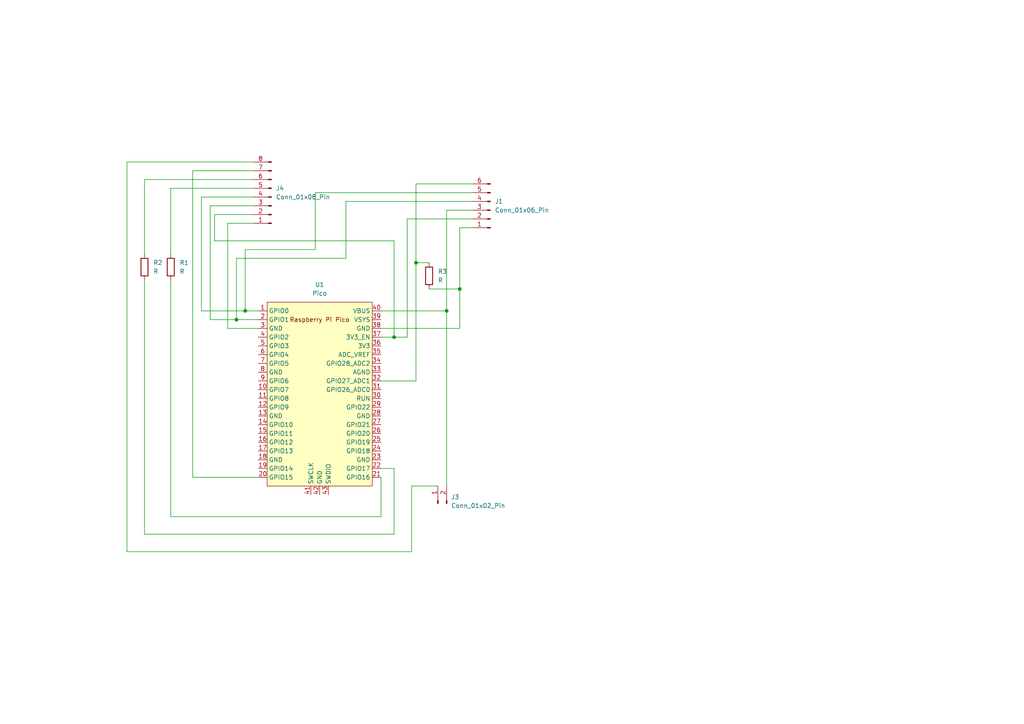
<source format=kicad_sch>
(kicad_sch (version 20250114) (generator "eeschema") (generator_version "9.0")
  (paper "A4")
  (lib_symbols
    (symbol "Connector:Conn_01x02_Pin" (pin_names (offset 1.016) (hide yes))
      (property "Reference" "J" (at 0 2.54 0))
      (property "Value" "Conn_01x02_Pin" (at 0 -5.08 0))
      (symbol "Conn_01x02_Pin_1_1"
        (rectangle (start 0.8636 0.127) (end 0 -0.127) (stroke (width 0.1524)) (fill (type outline)))
        (rectangle (start 0.8636 -2.413) (end 0 -2.667) (stroke (width 0.1524)) (fill (type outline)))
        (polyline (pts (xy 1.27 0) (xy 0.8636 0)) (stroke (width 0.1524)))
        (polyline (pts (xy 1.27 -2.54) (xy 0.8636 -2.54)) (stroke (width 0.1524)))
        (pin passive line (at 5.08 0 180) (length 3.81) (name "Pin_1") (number "1"))
        (pin passive line (at 5.08 -2.54 180) (length 3.81) (name "Pin_2") (number "2"))
      )
    )
    (symbol "Connector:Conn_01x06_Pin" (pin_names (offset 1.016) (hide yes))
      (property "Reference" "J" (at 0 7.62 0))
      (property "Value" "Conn_01x06_Pin" (at 0 -10.16 0))
      (symbol "Conn_01x06_Pin_1_1"
        (rectangle (start 0.8636 5.207) (end 0 4.953) (stroke (width 0.1524)) (fill (type outline)))
        (rectangle (start 0.8636 2.667) (end 0 2.413) (stroke (width 0.1524)) (fill (type outline)))
        (rectangle (start 0.8636 0.127) (end 0 -0.127) (stroke (width 0.1524)) (fill (type outline)))
        (rectangle (start 0.8636 -2.413) (end 0 -2.667) (stroke (width 0.1524)) (fill (type outline)))
        (rectangle (start 0.8636 -4.953) (end 0 -5.207) (stroke (width 0.1524)) (fill (type outline)))
        (rectangle (start 0.8636 -7.493) (end 0 -7.747) (stroke (width 0.1524)) (fill (type outline)))
        (polyline (pts (xy 1.27 5.08) (xy 0.8636 5.08)) (stroke (width 0.1524)))
        (polyline (pts (xy 1.27 2.54) (xy 0.8636 2.54)) (stroke (width 0.1524)))
        (polyline (pts (xy 1.27 0) (xy 0.8636 0)) (stroke (width 0.1524)))
        (polyline (pts (xy 1.27 -2.54) (xy 0.8636 -2.54)) (stroke (width 0.1524)))
        (polyline (pts (xy 1.27 -5.08) (xy 0.8636 -5.08)) (stroke (width 0.1524)))
        (polyline (pts (xy 1.27 -7.62) (xy 0.8636 -7.62)) (stroke (width 0.1524)))
        (pin passive line (at 5.08 5.08 180) (length 3.81) (name "Pin_1") (number "1"))
        (pin passive line (at 5.08 2.54 180) (length 3.81) (name "Pin_2") (number "2"))
        (pin passive line (at 5.08 0 180) (length 3.81) (name "Pin_3") (number "3"))
        (pin passive line (at 5.08 -2.54 180) (length 3.81) (name "Pin_4") (number "4"))
        (pin passive line (at 5.08 -5.08 180) (length 3.81) (name "Pin_5") (number "5"))
        (pin passive line (at 5.08 -7.62 180) (length 3.81) (name "Pin_6") (number "6"))
      )
    )
    (symbol "Connector:Conn_01x08_Pin" (pin_names (offset 1.016) (hide yes))
      (property "Reference" "J" (at 0 10.16 0))
      (property "Value" "Conn_01x08_Pin" (at 0 -12.7 0))
      (symbol "Conn_01x08_Pin_1_1"
        (rectangle (start 0.8636 7.747) (end 0 7.493) (stroke (width 0.1524)) (fill (type outline)))
        (rectangle (start 0.8636 5.207) (end 0 4.953) (stroke (width 0.1524)) (fill (type outline)))
        (rectangle (start 0.8636 2.667) (end 0 2.413) (stroke (width 0.1524)) (fill (type outline)))
        (rectangle (start 0.8636 0.127) (end 0 -0.127) (stroke (width 0.1524)) (fill (type outline)))
        (rectangle (start 0.8636 -2.413) (end 0 -2.667) (stroke (width 0.1524)) (fill (type outline)))
        (rectangle (start 0.8636 -4.953) (end 0 -5.207) (stroke (width 0.1524)) (fill (type outline)))
        (rectangle (start 0.8636 -7.493) (end 0 -7.747) (stroke (width 0.1524)) (fill (type outline)))
        (rectangle (start 0.8636 -10.033) (end 0 -10.287) (stroke (width 0.1524)) (fill (type outline)))
        (polyline (pts (xy 1.27 7.62) (xy 0.8636 7.62)) (stroke (width 0.1524)))
        (polyline (pts (xy 1.27 5.08) (xy 0.8636 5.08)) (stroke (width 0.1524)))
        (polyline (pts (xy 1.27 2.54) (xy 0.8636 2.54)) (stroke (width 0.1524)))
        (polyline (pts (xy 1.27 0) (xy 0.8636 0)) (stroke (width 0.1524)))
        (polyline (pts (xy 1.27 -2.54) (xy 0.8636 -2.54)) (stroke (width 0.1524)))
        (polyline (pts (xy 1.27 -5.08) (xy 0.8636 -5.08)) (stroke (width 0.1524)))
        (polyline (pts (xy 1.27 -7.62) (xy 0.8636 -7.62)) (stroke (width 0.1524)))
        (polyline (pts (xy 1.27 -10.16) (xy 0.8636 -10.16)) (stroke (width 0.1524)))
        (pin passive line (at 5.08 7.62 180) (length 3.81) (name "Pin_1") (number "1"))
        (pin passive line (at 5.08 5.08 180) (length 3.81) (name "Pin_2") (number "2"))
        (pin passive line (at 5.08 2.54 180) (length 3.81) (name "Pin_3") (number "3"))
        (pin passive line (at 5.08 0 180) (length 3.81) (name "Pin_4") (number "4"))
        (pin passive line (at 5.08 -2.54 180) (length 3.81) (name "Pin_5") (number "5"))
        (pin passive line (at 5.08 -5.08 180) (length 3.81) (name "Pin_6") (number "6"))
        (pin passive line (at 5.08 -7.62 180) (length 3.81) (name "Pin_7") (number "7"))
        (pin passive line (at 5.08 -10.16 180) (length 3.81) (name "Pin_8") (number "8"))
      )
    )
    (symbol "Device:R" (pin_numbers (hide yes)) (pin_names (offset 0))
      (property "Reference" "R" (at 2.032 0 90))
      (property "Value" "R" (at 0 0 90))
      (symbol "R_0_1"
        (rectangle (start -1.016 -2.54) (end 1.016 2.54) (stroke (width 0.254)))
      )
      (symbol "R_1_1"
        (pin passive line (at 0 3.81 270) (length 1.27) (name "~") (number "1"))
        (pin passive line (at 0 -3.81 90) (length 1.27) (name "~") (number "2"))
      )
    )
    (symbol "MCU_RaspberryPi_and_Boards:Pico"
      (property "Reference" "U" (at -13.97 27.94 0))
      (property "Value" "Pico" (at 0 19.05 0))
      (symbol "Pico_0_0"
        (text "Raspberry Pi Pico" (at 0 21.59 0) (effects (font (size 1.27 1.27))))
      )
      (symbol "Pico_0_1"
        (rectangle (start -15.24 26.67) (end 15.24 -26.67) (fill (type background)))
      )
      (symbol "Pico_1_1"
        (pin bidirectional line (at -17.78 24.13 0) (length 2.54) (name "GPIO0") (number "1"))
        (pin bidirectional line (at -17.78 21.59 0) (length 2.54) (name "GPIO1") (number "2"))
        (pin power_in line (at -17.78 19.05 0) (length 2.54) (name "GND") (number "3"))
        (pin bidirectional line (at -17.78 16.51 0) (length 2.54) (name "GPIO2") (number "4"))
        (pin bidirectional line (at -17.78 13.97 0) (length 2.54) (name "GPIO3") (number "5"))
        (pin bidirectional line (at -17.78 11.43 0) (length 2.54) (name "GPIO4") (number "6"))
        (pin bidirectional line (at -17.78 8.89 0) (length 2.54) (name "GPIO5") (number "7"))
        (pin power_in line (at -17.78 6.35 0) (length 2.54) (name "GND") (number "8"))
        (pin bidirectional line (at -17.78 3.81 0) (length 2.54) (name "GPIO6") (number "9"))
        (pin bidirectional line (at -17.78 1.27 0) (length 2.54) (name "GPIO7") (number "10"))
        (pin bidirectional line (at -17.78 -1.27 0) (length 2.54) (name "GPIO8") (number "11"))
        (pin bidirectional line (at -17.78 -3.81 0) (length 2.54) (name "GPIO9") (number "12"))
        (pin power_in line (at -17.78 -6.35 0) (length 2.54) (name "GND") (number "13"))
        (pin bidirectional line (at -17.78 -8.89 0) (length 2.54) (name "GPIO10") (number "14"))
        (pin bidirectional line (at -17.78 -11.43 0) (length 2.54) (name "GPIO11") (number "15"))
        (pin bidirectional line (at -17.78 -13.97 0) (length 2.54) (name "GPIO12") (number "16"))
        (pin bidirectional line (at -17.78 -16.51 0) (length 2.54) (name "GPIO13") (number "17"))
        (pin power_in line (at -17.78 -19.05 0) (length 2.54) (name "GND") (number "18"))
        (pin bidirectional line (at -17.78 -21.59 0) (length 2.54) (name "GPIO14") (number "19"))
        (pin bidirectional line (at -17.78 -24.13 0) (length 2.54) (name "GPIO15") (number "20"))
        (pin input line (at -2.54 -29.21 90) (length 2.54) (name "SWCLK") (number "41"))
        (pin power_in line (at 0 -29.21 90) (length 2.54) (name "GND") (number "42"))
        (pin bidirectional line (at 2.54 -29.21 90) (length 2.54) (name "SWDIO") (number "43"))
        (pin power_in line (at 17.78 24.13 180) (length 2.54) (name "VBUS") (number "40"))
        (pin power_in line (at 17.78 21.59 180) (length 2.54) (name "VSYS") (number "39"))
        (pin bidirectional line (at 17.78 19.05 180) (length 2.54) (name "GND") (number "38"))
        (pin input line (at 17.78 16.51 180) (length 2.54) (name "3V3_EN") (number "37"))
        (pin power_in line (at 17.78 13.97 180) (length 2.54) (name "3V3") (number "36"))
        (pin power_in line (at 17.78 11.43 180) (length 2.54) (name "ADC_VREF") (number "35"))
        (pin bidirectional line (at 17.78 8.89 180) (length 2.54) (name "GPIO28_ADC2") (number "34"))
        (pin power_in line (at 17.78 6.35 180) (length 2.54) (name "AGND") (number "33"))
        (pin bidirectional line (at 17.78 3.81 180) (length 2.54) (name "GPIO27_ADC1") (number "32"))
        (pin bidirectional line (at 17.78 1.27 180) (length 2.54) (name "GPIO26_ADC0") (number "31"))
        (pin input line (at 17.78 -1.27 180) (length 2.54) (name "RUN") (number "30"))
        (pin bidirectional line (at 17.78 -3.81 180) (length 2.54) (name "GPIO22") (number "29"))
        (pin power_in line (at 17.78 -6.35 180) (length 2.54) (name "GND") (number "28"))
        (pin bidirectional line (at 17.78 -8.89 180) (length 2.54) (name "GPIO21") (number "27"))
        (pin bidirectional line (at 17.78 -11.43 180) (length 2.54) (name "GPIO20") (number "26"))
        (pin bidirectional line (at 17.78 -13.97 180) (length 2.54) (name "GPIO19") (number "25"))
        (pin bidirectional line (at 17.78 -16.51 180) (length 2.54) (name "GPIO18") (number "24"))
        (pin power_in line (at 17.78 -19.05 180) (length 2.54) (name "GND") (number "23"))
        (pin bidirectional line (at 17.78 -21.59 180) (length 2.54) (name "GPIO17") (number "22"))
        (pin bidirectional line (at 17.78 -24.13 180) (length 2.54) (name "GPIO16") (number "21"))
      )
    )
  )
  (junction (at 71.12 90.17))
  (junction (at 129.54 90.17))
  (junction (at 120.65 76.2))
  (junction (at 133.35 83.82))
  (junction (at 114.3 97.79))
  (junction (at 68.58 92.71))
  (wire (pts (xy 137.16 53.34) (xy 120.65 53.34)))
  (wire (pts (xy 110.49 138.43) (xy 110.49 149.86)))
  (wire (pts (xy 119.38 140.97) (xy 119.38 160.02)))
  (wire (pts (xy 120.65 53.34) (xy 120.65 76.2)))
  (wire (pts (xy 100.33 74.93) (xy 68.58 74.93)))
  (wire (pts (xy 41.91 154.94) (xy 41.91 81.28)))
  (wire (pts (xy 127 140.97) (xy 119.38 140.97)))
  (wire (pts (xy 74.93 92.71) (xy 68.58 92.71)))
  (wire (pts (xy 110.49 149.86) (xy 49.53 149.86)))
  (wire (pts (xy 91.44 55.88) (xy 91.44 72.39)))
  (wire (pts (xy 71.12 90.17) (xy 58.42 90.17)))
  (wire (pts (xy 41.91 73.66) (xy 41.91 52.07)))
  (wire (pts (xy 110.49 95.25) (xy 133.35 95.25)))
  (wire (pts (xy 129.54 90.17) (xy 129.54 60.96)))
  (wire (pts (xy 55.88 138.43) (xy 55.88 49.53)))
  (wire (pts (xy 114.3 97.79) (xy 114.3 69.85)))
  (wire (pts (xy 62.23 69.85) (xy 62.23 62.23)))
  (wire (pts (xy 120.65 110.49) (xy 110.49 110.49)))
  (wire (pts (xy 36.83 46.99) (xy 73.66 46.99)))
  (wire (pts (xy 74.93 138.43) (xy 55.88 138.43)))
  (wire (pts (xy 66.04 64.77) (xy 73.66 64.77)))
  (wire (pts (xy 118.11 97.79) (xy 114.3 97.79)))
  (wire (pts (xy 66.04 95.25) (xy 74.93 95.25)))
  (wire (pts (xy 133.35 95.25) (xy 133.35 83.82)))
  (wire (pts (xy 110.49 97.79) (xy 114.3 97.79)))
  (wire (pts (xy 133.35 83.82) (xy 133.35 66.04)))
  (wire (pts (xy 118.11 63.5) (xy 118.11 97.79)))
  (wire (pts (xy 60.96 59.69) (xy 73.66 59.69)))
  (wire (pts (xy 114.3 135.89) (xy 114.3 154.94)))
  (wire (pts (xy 120.65 76.2) (xy 124.46 76.2)))
  (wire (pts (xy 36.83 160.02) (xy 36.83 46.99)))
  (wire (pts (xy 41.91 52.07) (xy 73.66 52.07)))
  (wire (pts (xy 120.65 76.2) (xy 120.65 110.49)))
  (wire (pts (xy 58.42 57.15) (xy 73.66 57.15)))
  (wire (pts (xy 68.58 74.93) (xy 68.58 92.71)))
  (wire (pts (xy 58.42 90.17) (xy 58.42 57.15)))
  (wire (pts (xy 100.33 58.42) (xy 100.33 74.93)))
  (wire (pts (xy 91.44 72.39) (xy 71.12 72.39)))
  (wire (pts (xy 133.35 66.04) (xy 137.16 66.04)))
  (wire (pts (xy 114.3 154.94) (xy 41.91 154.94)))
  (wire (pts (xy 137.16 55.88) (xy 91.44 55.88)))
  (wire (pts (xy 55.88 49.53) (xy 73.66 49.53)))
  (wire (pts (xy 68.58 92.71) (xy 60.96 92.71)))
  (wire (pts (xy 66.04 64.77) (xy 66.04 95.25)))
  (wire (pts (xy 60.96 92.71) (xy 60.96 59.69)))
  (wire (pts (xy 110.49 135.89) (xy 114.3 135.89)))
  (wire (pts (xy 137.16 63.5) (xy 118.11 63.5)))
  (wire (pts (xy 129.54 60.96) (xy 137.16 60.96)))
  (wire (pts (xy 49.53 73.66) (xy 49.53 54.61)))
  (wire (pts (xy 71.12 72.39) (xy 71.12 90.17)))
  (wire (pts (xy 137.16 58.42) (xy 100.33 58.42)))
  (wire (pts (xy 114.3 69.85) (xy 62.23 69.85)))
  (wire (pts (xy 62.23 62.23) (xy 73.66 62.23)))
  (wire (pts (xy 49.53 54.61) (xy 73.66 54.61)))
  (wire (pts (xy 129.54 90.17) (xy 129.54 140.97)))
  (wire (pts (xy 110.49 90.17) (xy 129.54 90.17)))
  (wire (pts (xy 74.93 90.17) (xy 71.12 90.17)))
  (wire (pts (xy 119.38 160.02) (xy 36.83 160.02)))
  (wire (pts (xy 124.46 83.82) (xy 133.35 83.82)))
  (wire (pts (xy 49.53 149.86) (xy 49.53 81.28)))
  (symbol (lib_id "Connector:Conn_01x08_Pin") (at 78.74 57.15 180) (unit 1)
    (property "Reference" "J4" (at 80.01 54.6099 0) (effects (justify right)))
    (property "Value" "Conn_01x08_Pin" (at 80.01 57.1499 0) (effects (justify right)))
    (property "Description" "Generic connector, single row, 01x08, script generated" (effects (hide yes)))
  )
  (symbol (lib_id "Connector:Conn_01x06_Pin") (at 142.24 60.96 180) (unit 1)
    (property "Reference" "J1" (at 143.51 58.4199 0) (effects (justify right)))
    (property "Value" "Conn_01x06_Pin" (at 143.51 60.9599 0) (effects (justify right)))
    (property "Description" "Generic connector, single row, 01x06, script generated" (effects (hide yes)))
  )
  (symbol (lib_id "Device:R") (at 49.53 77.47 0) (unit 1)
    (property "Reference" "R1" (at 52.07 76.1999 0) (effects (justify left)))
    (property "Value" "R" (at 52.07 78.7399 0) (effects (justify left)))
    (property "Description" "Resistor" (effects (hide yes)))
  )
  (symbol (lib_id "Device:R") (at 124.46 80.01 0) (unit 1)
    (property "Reference" "R3" (at 127 78.7399 0) (effects (justify left)))
    (property "Value" "R" (at 127 81.2799 0) (effects (justify left)))
    (property "Description" "Resistor" (effects (hide yes)))
  )
  (symbol (lib_id "Device:R") (at 41.91 77.47 0) (unit 1)
    (property "Reference" "R2" (at 44.45 76.1999 0) (effects (justify left)))
    (property "Value" "R" (at 44.45 78.7399 0) (effects (justify left)))
    (property "Description" "Resistor" (effects (hide yes)))
  )
  (symbol (lib_id "Connector:Conn_01x02_Pin") (at 127 146.05 90) (unit 1)
    (property "Reference" "J3" (at 130.81 144.1449 90) (effects (justify right)))
    (property "Value" "Conn_01x02_Pin" (at 130.81 146.6849 90) (effects (justify right)))
    (property "Description" "Generic connector, single row, 01x02, script generated" (effects (hide yes)))
  )
  (symbol (lib_id "MCU_RaspberryPi_and_Boards:Pico") (at 92.71 114.3 0) (unit 1)
    (property "Reference" "U1" (at 92.71 82.55 0))
    (property "Value" "Pico" (at 92.71 85.09 0))
    (property "Footprint" "RPi_Pico:RPi_Pico_SMD_TH" (effects (hide yes)))
  )
)
</source>
